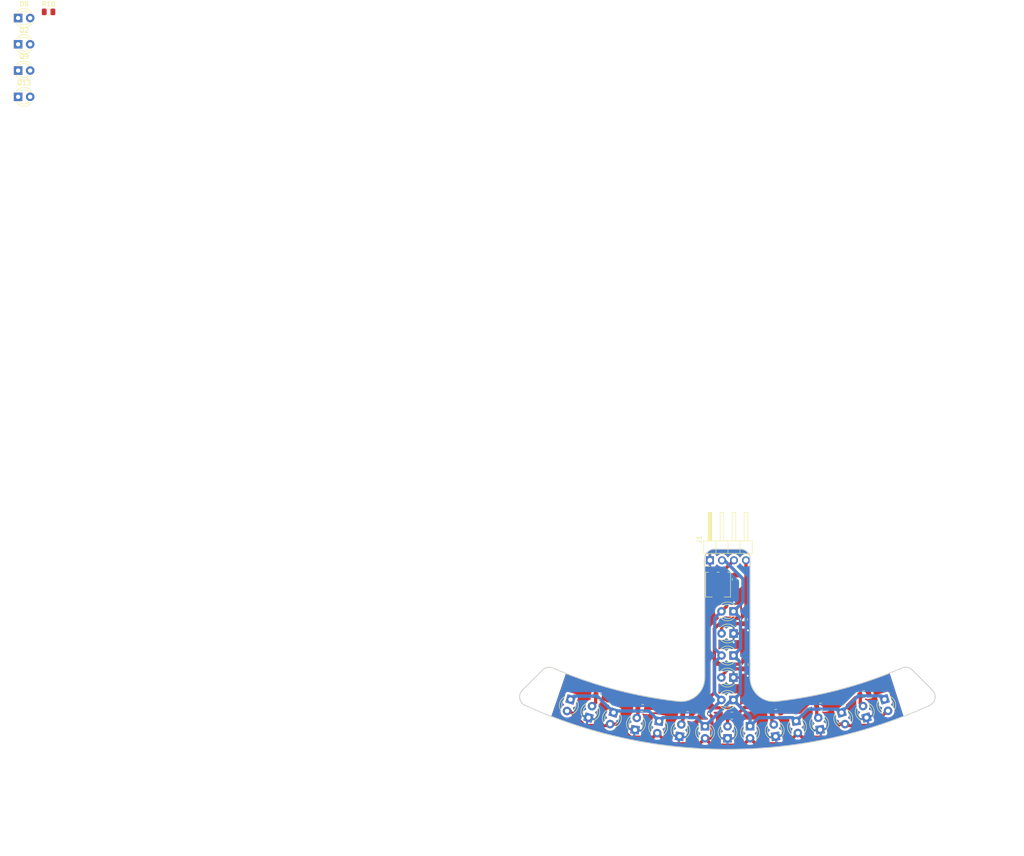
<source format=kicad_pcb>
(kicad_pcb (version 20221018) (generator pcbnew)
  (layers (0 "F.Cu" signal) (31 "B.Cu" signal) (34 "B.Paste" user) (35 "F.Paste" user) (36 "B.SilkS" user "B.Silkscreen") (37 "F.SilkS" user "F.Silkscreen") (38 "B.Mask" user) (39 "F.Mask" user) (44 "Edge.Cuts" user))
  (net 0 "")
  (net 1 "GND")
  (net 2 "Net-(D1-A)")
  (net 3 "Net-(D2-A)")
  (net 4 "Net-(D3-A)")
  (net 5 "Net-(D4-A)")
  (net 6 "Net-(D5-A)")
  (net 7 "Net-(D6-A)")
  (net 8 "+3.3V")
  (net 9 "Data_Line_sensor")
  (net 10 "+5V")
  (net 11 "Net-(Q1-E)")
  (net 13 "Net-(D7-A)")
  (net 14 "Net-(D8-A)")
  (net 15 "Net-(D10-A)")
  (net 16 "Net-(D9-A)")
  (footprint "LED_THT:LED_D3.0mm_Clear" (layer "F.Cu") (at 131.534026 152.678362 81.5)
    (fp_text reference "D10" hide)
    (fp_text value "LED" hide)
    (pad "1" thru_hole rect (at 0 0 81.5) (size 1.8 1.8) (drill 0.9) (layers "*.Cu" "*.Mask") (net 1 "GND"))
    (pad "2" thru_hole circle (at 2.54 0 81.5) (size 1.8 1.8) (drill 0.9) (layers "*.Cu" "*.Mask") (net 15 "Net-(D10-A)"))
  )
  (footprint "LED_THT:LED_D3.0mm_Clear" (layer "F.Cu") (at 117.909496 146.280516 -107)
    (fp_text reference "Q3" hide)
    (fp_text value "Q_Photo_NPN" hide)
    (pad "1" thru_hole rect (at 0 0 253) (size 1.8 1.8) (drill 0.9) (layers "*.Cu" "*.Mask") (net 8 "+3.3V"))
    (pad "2" thru_hole circle (at 2.54 0 253) (size 1.8 1.8) (drill 0.9) (layers "*.Cu" "*.Mask") (net 11 "Net-(Q1-E)"))
  )
  (footprint "Potentiometer_SMD:Potentiometer_Vishay_TS53YJ_Vertical" (layer "F.Cu") (at 149.09 122 90)
    (fp_text reference "RV1" hide)
    (fp_text value "R_Potentiometer_Trim_US" hide)
    (pad "1" smd rect (at 2 -1.15 90) (size 2 1.3) (layers "F.Cu" "F.Paste" "F.Mask"))
    (pad "2" smd rect (at -2 0 90) (size 2 2) (layers "F.Cu" "F.Paste" "F.Mask") (net 1 "GND"))
    (pad "3" smd rect (at 2 1.15 90) (size 2 1.3) (layers "F.Cu" "F.Paste" "F.Mask") (net 9 "Data_Line_sensor"))
  )
  (footprint "Resistor_SMD:R_0805_2012Metric" (layer "F.Cu") (at 142.531266 149.562746 171)
    (fp_text reference "R1" hide)
    (fp_text value "R")
    (pad "1" smd roundrect (at -0.9125 0 171) (size 1.025 1.4) (layers "F.Cu" "F.Paste" "F.Mask") (roundrect_rratio 0.243902439) (net 10 "+5V"))
    (pad "2" smd roundrect (at 0.9125 0 171) (size 1.025 1.4) (layers "F.Cu" "F.Paste" "F.Mask") (roundrect_rratio 0.243902439) (net 2 "Net-(D1-A)"))
  )
  (footprint "Connector_PinHeader_2.54mm:PinHeader_1x04_P2.54mm_Horizontal" (layer "F.Cu") (at 147.36 116.86 90)
    (fp_text reference "J1" (at 4.385 -2.27 90) (layer "F.SilkS"))
    (fp_text value "Conn_01x04_Socket")
    (pad "1" thru_hole rect (at 0 0 90) (size 1.7 1.7) (drill 1) (layers "*.Cu" "*.Mask") (net 1 "GND"))
    (pad "2" thru_hole oval (at 0 2.54 90) (size 1.7 1.7) (drill 1) (layers "*.Cu" "*.Mask") (net 8 "+3.3V"))
    (pad "3" thru_hole oval (at 0 5.08 90) (size 1.7 1.7) (drill 1) (layers "*.Cu" "*.Mask") (net 9 "Data_Line_sensor"))
    (pad "4" thru_hole oval (at 0 7.62 90) (size 1.7 1.7) (drill 1) (layers "*.Cu" "*.Mask") (net 10 "+5V"))
  )
  (footprint "LED_THT:LED_D3.0mm_Clear" (layer "F.Cu") (at 155.84 151.92 -90)
    (fp_text reference "Q6" hide)
    (fp_text value "Q_Photo_NPN" hide)
    (pad "1" thru_hole rect (at 0 0 270) (size 1.8 1.8) (drill 0.9) (layers "*.Cu" "*.Mask") (net 8 "+3.3V"))
    (pad "2" thru_hole circle (at 2.54 0 270) (size 1.8 1.8) (drill 0.9) (layers "*.Cu" "*.Mask") (net 11 "Net-(Q1-E)"))
  )
  (footprint "Resistor_SMD:R_0805_2012Metric" (layer "F.Cu") (at 161.37 149.1 -170)
    (fp_text reference "R5" hide)
    (fp_text value "R" hide)
    (pad "1" smd roundrect (at -0.9125 0 190) (size 1.025 1.4) (layers "F.Cu" "F.Paste" "F.Mask") (roundrect_rratio 0.243902439) (net 10 "+5V"))
    (pad "2" smd roundrect (at 0.9125 0 190) (size 1.025 1.4) (layers "F.Cu" "F.Paste" "F.Mask") (roundrect_rratio 0.243902439) (net 5 "Net-(D4-A)"))
  )
  (footprint "LED_THT:LED_D3.0mm_Clear" (layer "F.Cu") (at 1.175 18.925)
    (fp_text reference "Q13" (at 1.27 -2.96) (layer "F.SilkS"))
    (fp_text value "Q_Photo_NPN")
    (pad "1" thru_hole rect (at 0 0) (size 1.8 1.8) (drill 0.9) (layers "*.Cu" "*.Mask") (net 8 "+3.3V"))
    (pad "2" thru_hole circle (at 2.54 0) (size 1.8 1.8) (drill 0.9) (layers "*.Cu" "*.Mask") (net 11 "Net-(Q1-E)"))
  )
  (footprint "LED_THT:LED_D3.0mm_Clear" (layer "F.Cu") (at 1.175 13.375)
    (fp_text reference "Q9" (at 1.27 -2.96) (layer "F.SilkS"))
    (fp_text value "Q_Photo_NPN")
    (pad "1" thru_hole rect (at 0 0) (size 1.8 1.8) (drill 0.9) (layers "*.Cu" "*.Mask") (net 8 "+3.3V"))
    (pad "2" thru_hole circle (at 2.54 0) (size 1.8 1.8) (drill 0.9) (layers "*.Cu" "*.Mask") (net 11 "Net-(Q1-E)"))
  )
  (footprint "Resistor_SMD:R_0805_2012Metric" (layer "F.Cu") (at 154.69 138.9 -90)
    (fp_text reference "R8" hide)
    (fp_text value "R")
    (pad "1" smd roundrect (at -0.9125 0 270) (size 1.025 1.4) (layers "F.Cu" "F.Paste" "F.Mask") (roundrect_rratio 0.243902439) (net 10 "+5V"))
    (pad "2" smd roundrect (at 0.9125 0 270) (size 1.025 1.4) (layers "F.Cu" "F.Paste" "F.Mask") (roundrect_rratio 0.243902439) (net 13 "Net-(D7-A)"))
  )
  (footprint "LED_THT:LED_D3.0mm_Clear" (layer "F.Cu") (at 180.451331 150.092653 107)
    (fp_text reference "D2" hide)
    (fp_text value "LED" hide)
    (pad "1" thru_hole rect (at 0 0 107) (size 1.8 1.8) (drill 0.9) (layers "*.Cu" "*.Mask") (net 1 "GND"))
    (pad "2" thru_hole circle (at 2.54 0 107) (size 1.8 1.8) (drill 0.9) (layers "*.Cu" "*.Mask") (net 3 "Net-(D2-A)"))
  )
  (footprint "LED_THT:LED_D3.0mm_Clear" (layer "F.Cu") (at 184.251947 146.24326 -73)
    (fp_text reference "Q4" hide)
    (fp_text value "Q_Photo_NPN" hide)
    (pad "1" thru_hole rect (at 0 0 287) (size 1.8 1.8) (drill 0.9) (layers "*.Cu" "*.Mask") (net 8 "+3.3V"))
    (pad "2" thru_hole circle (at 2.54 0 287) (size 1.8 1.8) (drill 0.9) (layers "*.Cu" "*.Mask") (net 11 "Net-(Q1-E)"))
  )
  (footprint "LED_THT:LED_D3.0mm_Clear" (layer "F.Cu") (at 152.365 132.33 180)
    (fp_text reference "D6" hide)
    (fp_text value "LED" hide)
    (pad "1" thru_hole rect (at 0 0 180) (size 1.8 1.8) (drill 0.9) (layers "*.Cu" "*.Mask") (net 1 "GND"))
    (pad "2" thru_hole circle (at 2.54 0 180) (size 1.8 1.8) (drill 0.9) (layers "*.Cu" "*.Mask") (net 7 "Net-(D6-A)"))
  )
  (footprint "LED_THT:LED_D3.0mm_Clear" (layer "F.Cu") (at 170.632337 152.649416 98.5)
    (fp_text reference "D3" hide)
    (fp_text value "LED" hide)
    (pad "1" thru_hole rect (at 0 0 98.5) (size 1.8 1.8) (drill 0.9) (layers "*.Cu" "*.Mask") (net 1 "GND"))
    (pad "2" thru_hole circle (at 2.54 0 98.5) (size 1.8 1.8) (drill 0.9) (layers "*.Cu" "*.Mask") (net 4 "Net-(D3-A)"))
  )
  (footprint "Resistor_SMD:R_0805_2012Metric" (layer "F.Cu") (at 133.06 148.07 173)
    (fp_text reference "R11" hide)
    (fp_text value "R" hide)
    (pad "1" smd roundrect (at -0.9125 0 173) (size 1.025 1.4) (layers "F.Cu" "F.Paste" "F.Mask") (roundrect_rratio 0.243902439) (net 10 "+5V"))
    (pad "2" smd roundrect (at 0.9125 0 173) (size 1.025 1.4) (layers "F.Cu" "F.Paste" "F.Mask") (roundrect_rratio 0.243902439) (net 15 "Net-(D10-A)"))
  )
  (footprint "LED_THT:LED_D3.0mm_Clear" (layer "F.Cu") (at 175.163336 149.042841 -73)
    (fp_text reference "Q8" hide)
    (fp_text value "Q_Photo_NPN" hide)
    (pad "1" thru_hole rect (at 0 0 287) (size 1.8 1.8) (drill 0.9) (layers "*.Cu" "*.Mask") (net 8 "+3.3V"))
    (pad "2" thru_hole circle (at 2.54 0 287) (size 1.8 1.8) (drill 0.9) (layers "*.Cu" "*.Mask") (net 11 "Net-(Q1-E)"))
  )
  (footprint "LED_THT:LED_D3.0mm_Clear" (layer "F.Cu") (at 121.706396 150.107858 73)
    (fp_text reference "D8" hide)
    (fp_text value "LED" hide)
    (pad "1" thru_hole rect (at 0 0 73) (size 1.8 1.8) (drill 0.9) (layers "*.Cu" "*.Mask") (net 1 "GND"))
    (pad "2" thru_hole circle (at 2.54 0 73) (size 1.8 1.8) (drill 0.9) (layers "*.Cu" "*.Mask") (net 14 "Net-(D8-A)"))
  )
  (footprint "LED_THT:LED_D3.0mm_Clear" (layer "F.Cu") (at 1.175 7.825)
    (fp_text reference "Q2" (at 1.27 -2.96) (layer "F.SilkS"))
    (fp_text value "Q_Photo_NPN")
    (pad "1" thru_hole rect (at 0 0) (size 1.8 1.8) (drill 0.9) (layers "*.Cu" "*.Mask") (net 8 "+3.3V"))
    (pad "2" thru_hole circle (at 2.54 0) (size 1.8 1.8) (drill 0.9) (layers "*.Cu" "*.Mask") (net 11 "Net-(Q1-E)"))
  )
  (footprint "Resistor_SMD:R_0805_2012Metric" (layer "F.Cu") (at 154.59 129.35 -90)
    (fp_text reference "R7" hide)
    (fp_text value "R")
    (pad "1" smd roundrect (at -0.9125 0 270) (size 1.025 1.4) (layers "F.Cu" "F.Paste" "F.Mask") (roundrect_rratio 0.243902439) (net 10 "+5V"))
    (pad "2" smd roundrect (at 0.9125 0 270) (size 1.025 1.4) (layers "F.Cu" "F.Paste" "F.Mask") (roundrect_rratio 0.243902439) (net 7 "Net-(D6-A)"))
  )
  (footprint "Resistor_SMD:R_0805_2012Metric" (layer "F.Cu") (at 7.605 0.975)
    (fp_text reference "R10" (at 0 -1.65) (layer "F.SilkS"))
    (fp_text value "R")
    (pad "1" smd roundrect (at -0.9125 0) (size 1.025 1.4) (layers "F.Cu" "F.Paste" "F.Mask") (roundrect_rratio 0.243902) (net 10 "+5V"))
    (pad "2" smd roundrect (at 0.9125 0) (size 1.025 1.4) (layers "F.Cu" "F.Paste" "F.Mask") (roundrect_rratio 0.243902) (net 16 "Net-(D9-A)"))
  )
  (footprint "LED_THT:LED_D3.0mm_Clear" (layer "F.Cu") (at 152.345 127.66 180)
    (fp_text reference "Q16" hide)
    (fp_text value "Q_Photo_NPN" hide)
    (pad "1" thru_hole rect (at 0 0 180) (size 1.8 1.8) (drill 0.9) (layers "*.Cu" "*.Mask") (net 8 "+3.3V"))
    (pad "2" thru_hole circle (at 2.54 0 180) (size 1.8 1.8) (drill 0.9) (layers "*.Cu" "*.Mask") (net 11 "Net-(Q1-E)"))
  )
  (footprint "Resistor_SMD:R_0805_2012Metric" (layer "F.Cu") (at 124.09 145.6 165)
    (fp_text reference "R9" hide)
    (fp_text value "R" hide)
    (pad "1" smd roundrect (at -0.9125 0 165) (size 1.025 1.4) (layers "F.Cu" "F.Paste" "F.Mask") (roundrect_rratio 0.243902439) (net 10 "+5V"))
    (pad "2" smd roundrect (at 0.9125 0 165) (size 1.025 1.4) (layers "F.Cu" "F.Paste" "F.Mask") (roundrect_rratio 0.243902439) (net 14 "Net-(D8-A)"))
  )
  (footprint "Resistor_SMD:R_0805_2012Metric" (layer "F.Cu") (at 170.84 147.78 -172)
    (fp_text reference "R4" hide)
    (fp_text value "R" hide)
    (pad "1" smd roundrect (at -0.9125 0 188) (size 1.025 1.4) (layers "F.Cu" "F.Paste" "F.Mask") (roundrect_rratio 0.243902439) (net 10 "+5V"))
    (pad "2" smd roundrect (at 0.9125 0 188) (size 1.025 1.4) (layers "F.Cu" "F.Paste" "F.Mask") (roundrect_rratio 0.243902439) (net 4 "Net-(D3-A)"))
  )
  (footprint "LED_THT:LED_D3.0mm_Clear" (layer "F.Cu") (at 152.355 136.98 180)
    (fp_text reference "Q7" hide)
    (fp_text value "Q_Photo_NPN" hide)
    (pad "1" thru_hole rect (at 0 0 180) (size 1.8 1.8) (drill 0.9) (layers "*.Cu" "*.Mask") (net 8 "+3.3V"))
    (pad "2" thru_hole circle (at 2.54 0 180) (size 1.8 1.8) (drill 0.9) (layers "*.Cu" "*.Mask") (net 11 "Net-(Q1-E)"))
  )
  (footprint "MountingHole:MountingHole_3.2mm_M3" (layer "F.Cu") (at 190.53 143.67)
    (fp_text reference "REF**" hide)
    (fp_text value "MountingHole_3.2mm_M3" hide)
    (pad "" np_thru_hole circle (at 0 0) (size 3.2 3.2) (drill 3.2) (layers "*.Cu" "*.Mask"))
  )
  (footprint "LED_THT:LED_D3.0mm_Clear" (layer "F.Cu") (at 140.942523 154.064249 81.5)
    (fp_text reference "D1" hide)
    (fp_text value "LED" hide)
    (pad "1" thru_hole rect (at 0 0 81.5) (size 1.8 1.8) (drill 0.9) (layers "*.Cu" "*.Mask") (net 1 "GND"))
    (pad "2" thru_hole circle (at 2.54 0 81.5) (size 1.8 1.8) (drill 0.9) (layers "*.Cu" "*.Mask") (net 2 "Net-(D1-A)"))
  )
  (footprint "LED_THT:LED_D3.0mm_Clear" (layer "F.Cu") (at 151.08 154.49 90)
    (fp_text reference "D5" hide)
    (fp_text value "LED" hide)
    (pad "1" thru_hole rect (at 0 0 90) (size 1.8 1.8) (drill 0.9) (layers "*.Cu" "*.Mask") (net 1 "GND"))
    (pad "2" thru_hole circle (at 2.54 0 90) (size 1.8 1.8) (drill 0.9) (layers "*.Cu" "*.Mask") (net 6 "Net-(D5-A)"))
  )
  (footprint "LED_THT:LED_D3.0mm_Clear" (layer "F.Cu") (at 165.570444 150.847823 -81.5)
    (fp_text reference "Q10" hide)
    (fp_text value "Q_Photo_NPN" hide)
    (pad "1" thru_hole rect (at 0 0 278.5) (size 1.8 1.8) (drill 0.9) (layers "*.Cu" "*.Mask") (net 8 "+3.3V"))
    (pad "2" thru_hole circle (at 2.54 0 278.5) (size 1.8 1.8) (drill 0.9) (layers "*.Cu" "*.Mask") (net 11 "Net-(Q1-E)"))
  )
  (footprint "Resistor_SMD:R_0805_2012Metric" (layer "F.Cu") (at 152 149.68 180)
    (fp_text reference "R6" hide)
    (fp_text value "R" hide)
    (pad "1" smd roundrect (at -0.9125 0 180) (size 1.025 1.4) (layers "F.Cu" "F.Paste" "F.Mask") (roundrect_rratio 0.243902439) (net 10 "+5V"))
    (pad "2" smd roundrect (at 0.9125 0 180) (size 1.025 1.4) (layers "F.Cu" "F.Paste" "F.Mask") (roundrect_rratio 0.243902439) (net 6 "Net-(D5-A)"))
  )
  (footprint "Resistor_SMD:R_0805_2012Metric" (layer "F.Cu") (at 180.008593 145.166172 -165)
    (fp_text reference "R2" hide)
    (fp_text value "R" hide)
    (pad "1" smd roundrect (at -0.9125 0 195) (size 1.025 1.4) (layers "F.Cu" "F.Paste" "F.Mask") (roundrect_rratio 0.243902439) (net 10 "+5V"))
    (pad "2" smd roundrect (at 0.9125 0 195) (size 1.025 1.4) (layers "F.Cu" "F.Paste" "F.Mask") (roundrect_rratio 0.243902439) (net 3 "Net-(D2-A)"))
  )
  (footprint "LED_THT:LED_D3.0mm_Clear" (layer "F.Cu") (at 152.325 141.64 180)
    (fp_text reference "D7" hide)
    (fp_text value "LED" hide)
    (pad "1" thru_hole rect (at 0 0 180) (size 1.8 1.8) (drill 0.9) (layers "*.Cu" "*.Mask") (net 1 "GND"))
    (pad "2" thru_hole circle (at 2.54 0 180) (size 1.8 1.8) (drill 0.9) (layers "*.Cu" "*.Mask") (net 13 "Net-(D7-A)"))
  )
  (footprint "LED_THT:LED_D3.0mm_Clear" (layer "F.Cu") (at 136.605809 150.878247 -98.5)
    (fp_text reference "Q5" hide)
    (fp_text value "Q_Photo_NPN" hide)
    (pad "1" thru_hole rect (at 0 0 261.5) (size 1.8 1.8) (drill 0.9) (layers "*.Cu" "*.Mask") (net 8 "+3.3V"))
    (pad "2" thru_hole circle (at 2.54 0 261.5) (size 1.8 1.8) (drill 0.9) (layers "*.Cu" "*.Mask") (net 11 "Net-(Q1-E)"))
  )
  (footprint "MountingHole:MountingHole_3.2mm_M3" (layer "F.Cu") (at 111.59 143.7)
    (fp_text reference "REF**" hide)
    (fp_text value "MountingHole_3.2mm_M3" hide)
    (pad "" np_thru_hole circle (at 0 0) (size 3.2 3.2) (drill 3.2) (layers "F&B.Cu" "*.Mask"))
  )
  (footprint "LED_THT:LED_D3.0mm_Clear" (layer "F.Cu") (at 161.229752 154.074864 98.5)
    (fp_text reference "D4" hide)
    (fp_text value "LED" hide)
    (pad "1" thru_hole rect (at 0 0 98.5) (size 1.8 1.8) (drill 0.9) (layers "*.Cu" "*.Mask") (net 1 "GND"))
    (pad "2" thru_hole circle (at 2.54 0 98.5) (size 1.8 1.8) (drill 0.9) (layers "*.Cu" "*.Mask") (net 5 "Net-(D4-A)"))
  )
  (footprint "Resistor_SMD:R_0805_2012Metric" (layer "F.Cu") (at 152.82 120.9025 90)
    (fp_text reference "R3" hide)
    (fp_text value "R")
    (pad "1" smd roundrect (at -0.9125 0 90) (size 1.025 1.4) (layers "F.Cu" "F.Paste" "F.Mask") (roundrect_rratio 0.243902439) (net 11 "Net-(Q1-E)"))
    (pad "2" smd roundrect (at 0.9125 0 90) (size 1.025 1.4) (layers "F.Cu" "F.Paste" "F.Mask") (roundrect_rratio 0.243902439) (net 9 "Data_Line_sensor"))
  )
  (footprint "LED_THT:LED_D3.0mm_Clear" (layer "F.Cu") (at 146.33 151.94 -90)
    (fp_text reference "Q1" hide)
    (fp_text value "Q_Photo_NPN" hide)
    (pad "1" thru_hole rect (at 0 0 270) (size 1.8 1.8) (drill 0.9) (layers "*.Cu" "*.Mask") (net 8 "+3.3V"))
    (pad "2" thru_hole circle (at 2.54 0 270) (size 1.8 1.8) (drill 0.9) (layers "*.Cu" "*.Mask") (net 11 "Net-(Q1-E)"))
  )
  (footprint "LED_THT:LED_D3.0mm_Clear" (layer "F.Cu") (at 152.33 146.38 180)
    (fp_text reference "Q15" hide)
    (fp_text value "Q_Photo_NPN" hide)
    (pad "1" thru_hole rect (at 0 0 180) (size 1.8 1.8) (drill 0.9) (layers "*.Cu" "*.Mask") (net 8 "+3.3V"))
    (pad "2" thru_hole circle (at 2.54 0 180) (size 1.8 1.8) (drill 0.9) (layers "*.Cu" "*.Mask") (net 11 "Net-(Q1-E)"))
  )
  (footprint "LED_THT:LED_D3.0mm_Clear" (layer "F.Cu") (at 1.175 2.275)
    (fp_text reference "D9" (at 1.27 -2.96) (layer "F.SilkS"))
    (fp_text value "LED")
    (pad "1" thru_hole rect (at 0 0) (size 1.8 1.8) (drill 0.9) (layers "*.Cu" "*.Mask") (net 1 "GND"))
    (pad "2" thru_hole circle (at 2.54 0) (size 1.8 1.8) (drill 0.9) (layers "*.Cu" "*.Mask") (net 16 "Net-(D9-A)"))
  )
  (footprint "LED_THT:LED_D3.0mm_Clear" (layer "F.Cu") (at 127.009802 149.041844 -107)
    (fp_text reference "Q14" hide)
    (fp_text value "Q_Photo_NPN" hide)
    (pad "1" thru_hole rect (at 0 0 253) (size 1.8 1.8) (drill 0.9) (layers "*.Cu" "*.Mask") (net 8 "+3.3V"))
    (pad "2" thru_hole circle (at 2.54 0 253) (size 1.8 1.8) (drill 0.9) (layers "*.Cu" "*.Mask") (net 11 "Net-(Q1-E)"))
  )
  (gr_arc (start 146.253995 141.681109) (mid 144.587328 145.407889) (end 140.698439 146.650149) (stroke (width 0.2)) (layer "Edge.Cuts"))
  (gr_line (start 194.367272 144.29241) (end 190.124034 140.049172) (stroke (width 0.2)) (layer "Edge.Cuts"))
  (gr_line (start 155.853995 141.681109) (end 155.853995 116.500209) (stroke (width 0.2)) (layer "Edge.Cuts"))
  (gr_arc (start 111.983956 140.049172) (mid 113.021691 139.499139) (end 114.189258 139.626492) (stroke (width 0.2)) (layer "Edge.Cuts"))
  (gr_circle (center 190.525335 143.665378) (end 190.525335 142.215378) (stroke (width 0.2)) (fill none) (layer "Edge.Cuts"))
  (gr_arc (start 194.367272 144.29241) (mid 194.921329 146.061459) (end 193.784389 147.525659) (stroke (width 0.2)) (layer "Edge.Cuts"))
  (gr_arc (start 153.853995 114.500209) (mid 155.268209 115.085995) (end 155.853995 116.500209) (stroke (width 0.2)) (layer "Edge.Cuts"))
  (gr_arc (start 193.784389 147.525659) (mid 151.053995 156.827245) (end 108.323601 147.525659) (stroke (width 0.2)) (layer "Edge.Cuts"))
  (gr_circle (center 111.582655 143.665378) (end 111.582655 142.215378) (stroke (width 0.2)) (fill none) (layer "Edge.Cuts"))
  (gr_arc (start 146.253995 116.500209) (mid 146.839781 115.085995) (end 148.253995 114.500209) (stroke (width 0.2)) (layer "Edge.Cuts"))
  (gr_arc (start 161.409551 146.650149) (mid 157.520662 145.407889) (end 155.853995 141.681109) (stroke (width 0.2)) (layer "Edge.Cuts"))
  (gr_arc (start 140.698439 146.650149) (mid 127.184099 144.118687) (end 114.189258 139.626492) (stroke (width 0.2)) (layer "Edge.Cuts"))
  (gr_arc (start 187.918732 139.626492) (mid 189.086299 139.499139) (end 190.124034 140.049172) (stroke (width 0.2)) (layer "Edge.Cuts"))
  (gr_line (start 111.983956 140.049172) (end 107.740718 144.29241) (stroke (width 0.2)) (layer "Edge.Cuts"))
  (gr_arc (start 187.918732 139.626492) (mid 174.923891 144.118687) (end 161.409551 146.650149) (stroke (width 0.2)) (layer "Edge.Cuts"))
  (gr_line (start 146.253995 116.500209) (end 146.253995 141.681109) (stroke (width 0.2)) (layer "Edge.Cuts"))
  (gr_line (start 153.853995 114.500209) (end 148.253995 114.500209) (stroke (width 0.2)) (layer "Edge.Cuts"))
  (gr_arc (start 108.323601 147.525659) (mid 107.186661 146.061459) (end 107.740718 144.29241) (stroke (width 0.2)) (layer "Edge.Cuts"))
  (via (at 152.45 125.73) (size 0.8) (drill 0.4) (layers "F.Cu" "B.Cu") (net 1))
  (via (at 155.35 141.27) (size 0.8) (drill 0.4) (layers "F.Cu" "B.Cu") (net 1))
  (via (at 155.4 131.67) (size 0.8) (drill 0.4) (layers "F.Cu" "B.Cu") (net 1))
  (via (at 152.39 134.21) (size 0.8) (drill 0.4) (layers "F.Cu" "B.Cu") (net 1))
  (segment (start 141.63 149.42) (end 141.63 151.240108) (width 0.7) (layer "F.Cu") (net 2))
  (segment (start 141.63 151.240108) (end 141.317959 151.552149) (width 0.7) (layer "F.Cu") (net 2))
  (segment (start 179.127186 145.402344) (end 179.127186 147.082118) (width 0.7) (layer "F.Cu") (net 3))
  (segment (start 179.127186 147.082118) (end 179.708707 147.663639) (width 0.7) (layer "F.Cu") (net 3))
  (segment (start 169.93638 147.906995) (end 169.93638 149.816795) (width 0.7) (layer "F.Cu") (net 4))
  (segment (start 169.93638 149.816795) (end 170.256901 150.137316) (width 0.7) (layer "F.Cu") (net 4))
  (segment (start 160.471363 149.258454) (end 160.471363 151.179811) (width 0.7) (layer "F.Cu") (net 5))
  (segment (start 160.471363 151.179811) (end 160.854316 151.562764) (width 0.7) (layer "F.Cu") (net 5))
  (segment (start 151.0875 149.68) (end 151.0875 151.9425) (width 0.7) (layer "F.Cu") (net 6))
  (segment (start 151.0875 151.9425) (end 151.08 151.95) (width 0.7) (layer "F.Cu") (net 6))
  (segment (start 154.59 130.2625) (end 150.619708 130.2625) (width 0.7) (layer "F.Cu") (net 7))
  (segment (start 150.619708 130.2625) (end 149.825 131.057208) (width 0.7) (layer "F.Cu") (net 7))
  (segment (start 149.825 131.057208) (end 149.825 132.33) (width 0.7) (layer "F.Cu") (net 7))
  (segment (start 154.35 125.655) (end 152.345 127.66) (width 0.7) (layer "B.Cu") (net 8))
  (segment (start 168.096189 148.322078) (end 165.570444 150.847823) (width 0.7) (layer "B.Cu") (net 8))
  (segment (start 152.33 146.38) (end 151.89 146.38) (width 0.7) (layer "B.Cu") (net 8))
  (segment (start 157.647236 150.112764) (end 155.84 151.92) (width 0.7) (layer "B.Cu") (net 8))
  (segment (start 134.443824 148.716262) (end 127.335384 148.716262) (width 0.7) (layer "B.Cu") (net 8))
  (segment (start 152.355 136.98) (end 153.815 135.52) (width 0.7) (layer "B.Cu") (net 8))
  (segment (start 165.570444 150.847823) (end 164.835385 150.112764) (width 0.7) (layer "B.Cu") (net 8))
  (segment (start 146.33 151.94) (end 144.492149 150.102149) (width 0.7) (layer "B.Cu") (net 8))
  (segment (start 183.531184 145.522497) (end 178.68368 145.522497) (width 0.7) (layer "B.Cu") (net 8))
  (segment (start 149.9 116.86) (end 150.41 116.86) (width 0.7) (layer "B.Cu") (net 8))
  (segment (start 178.68368 145.522497) (end 175.163336 149.042841) (width 0.7) (layer "B.Cu") (net 8))
  (segment (start 127.009802 149.041844) (end 123.527711 145.559753) (width 0.7) (layer "B.Cu") (net 8))
  (segment (start 152.33 146.38) (end 153.775 144.935) (width 0.7) (layer "B.Cu") (net 8))
  (segment (start 153.815 135.52) (end 153.815 129.13) (width 0.7) (layer "B.Cu") (net 8))
  (segment (start 118.630259 145.559753) (end 117.909496 146.280516) (width 0.7) (layer "B.Cu") (net 8))
  (segment (start 184.251947 146.24326) (end 183.531184 145.522497) (width 0.7) (layer "B.Cu") (net 8))
  (segment (start 127.335384 148.716262) (end 127.009802 149.041844) (width 0.7) (layer "B.Cu") (net 8))
  (segment (start 150.41 116.86) (end 154.35 120.8) (width 0.7) (layer "B.Cu") (net 8))
  (segment (start 155.84 151.92) (end 155.84 149.89) (width 0.7) (layer "B.Cu") (net 8))
  (segment (start 136.605809 150.878247) (end 134.443824 148.716262) (width 0.7) (layer "B.Cu") (net 8))
  (segment (start 164.835385 150.112764) (end 157.647236 150.112764) (width 0.7) (layer "B.Cu") (net 8))
  (segment (start 153.775 144.935) (end 153.775 138.4) (width 0.7) (layer "B.Cu") (net 8))
  (segment (start 175.163336 149.042841) (end 174.442573 148.322078) (width 0.7) (layer "B.Cu") (net 8))
  (segment (start 151.89 146.38) (end 146.33 151.94) (width 0.7) (layer "B.Cu") (net 8))
  (segment (start 153.775 138.4) (end 152.355 136.98) (width 0.7) (layer "B.Cu") (net 8))
  (segment (start 144.492149 150.102149) (end 137.381907 150.102149) (width 0.7) (layer "B.Cu") (net 8))
  (segment (start 155.84 149.89) (end 152.33 146.38) (width 0.7) (layer "B.Cu") (net 8))
  (segment (start 154.35 120.8) (end 154.35 125.655) (width 0.7) (layer "B.Cu") (net 8))
  (segment (start 153.815 129.13) (end 152.345 127.66) (width 0.7) (layer "B.Cu") (net 8))
  (segment (start 174.442573 148.322078) (end 168.096189 148.322078) (width 0.7) (layer "B.Cu") (net 8))
  (segment (start 123.527711 145.559753) (end 118.630259 145.559753) (width 0.7) (layer "B.Cu") (net 8))
  (segment (start 137.381907 150.102149) (end 136.605809 150.878247) (width 0.7) (layer "B.Cu") (net 8))
  (segment (start 150.24 119.06) (end 152.44 116.86) (width 0.7) (layer "F.Cu") (net 9))
  (segment (start 152.82 119.99) (end 150.25 119.99) (width 0.7) (layer "F.Cu") (net 9))
  (segment (start 150.24 120) (end 150.24 119.06) (width 0.7) (layer "F.Cu") (net 9))
  (segment (start 170.467493 146.623847) (end 168.696153 146.623847) (width 0.7) (layer "F.Cu") (net 10))
  (segment (start 154.69 137.9875) (end 153.8775 138.8) (width 0.7) (layer "F.Cu") (net 10))
  (segment (start 171.74362 147.653005) (end 171.496651 147.653005) (width 0.7) (layer "F.Cu") (net 10))
  (segment (start 178.21298 144.09702) (end 180.05702 144.09702) (width 0.7) (layer "F.Cu") (net 10))
  (segment (start 147.79 148.03) (end 146.69 148.03) (width 0.7) (layer "F.Cu") (net 10))
  (segment (start 148.73 148.03) (end 148.35 148.03) (width 0.7) (layer "F.Cu") (net 10))
  (segment (start 166.378454 148.941546) (end 162.268637 148.941546) (width 0.7) (layer "F.Cu") (net 10))
  (segment (start 133.965698 148.181206) (end 133.965698 147.475949) (width 0.7) (layer "F.Cu") (net 10))
  (segment (start 125.675235 146.54) (end 124.971407 145.836172) (width 0.7) (layer "F.Cu") (net 10))
  (segment (start 134.013202 148.133702) (end 133.965698 148.181206) (width 0.7) (layer "F.Cu") (net 10))
  (segment (start 146.69 148.03) (end 145.108024 148.03) (width 0.7) (layer "F.Cu") (net 10))
  (segment (start 146.69 147.22) (end 146.69 147.63) (width 0.7) (layer "F.Cu") (net 10))
  (segment (start 142.569468 148.133702) (end 134.013202 148.133702) (width 0.7) (layer "F.Cu") (net 10))
  (segment (start 154.98 116.86) (end 154.98 128.0475) (width 0.7) (layer "F.Cu") (net 10))
  (segment (start 154.98 128.0475) (end 154.59 128.4375) (width 0.7) (layer "F.Cu") (net 10))
  (segment (start 146.69 146.448024) (end 146.69 147.22) (width 0.7) (layer "F.Cu") (net 10))
  (segment (start 148.3 144.838024) (end 146.729012 146.409012) (width 0.7) (layer "F.Cu") (net 10))
  (segment (start 133.029749 146.54) (end 125.675235 146.54) (width 0.7) (layer "F.Cu") (net 10))
  (segment (start 150.34 138.8) (end 149.38 138.8) (width 0.7) (layer "F.Cu") (net 10))
  (segment (start 149.11 138.8) (end 148.67 138.8) (width 0.7) (layer "F.Cu") (net 10))
  (segment (start 146.729012 146.409012) (end 145.759012 147.379012) (width 0.7) (layer "F.Cu") (net 10))
  (segment (start 147.79 148.03) (end 147.5 148.03) (width 0.7) (layer "F.Cu") (net 10))
  (segment (start 171.496651 147.653005) (end 170.467493 146.623847) (width 0.7) (layer "F.Cu") (net 10))
  (segment (start 147.79 147.47) (end 146.729012 146.409012) (width 0.7) (layer "F.Cu") (net 10))
  (segment (start 151.9625 148.03) (end 148.73 148.03) (width 0.7) (layer "F.Cu") (net 10))
  (segment (start 148.3 137.72) (end 148.3 144.838024) (width 0.7) (layer "F.Cu") (net 10))
  (segment (start 147.79 148.03) (end 147.79 147.47) (width 0.7) (layer "F.Cu") (net 10))
  (segment (start 149.11 138.53) (end 148.83 138.25) (width 0.7) (layer "F.Cu") (net 10))
  (segment (start 161.296321 147.96923) (end 154.62327 147.96923) (width 0.7) (layer "F.Cu") (net 10))
  (segment (start 154.62327 147.96923) (end 152.9125 149.68) (width 0.7) (layer "F.Cu") (net 10))
  (segment (start 154.59 128.4375) (end 153.9175 129.11) (width 0.7) (layer "F.Cu") (net 10))
  (segment (start 133.965698 147.475949) (end 133.029749 146.54) (width 0.7) (layer "F.Cu") (net 10))
  (segment (start 162.268637 148.941546) (end 161.296321 147.96923) (width 0.7) (layer "F.Cu") (net 10))
  (segment (start 146.69 147.63) (end 146.01 147.63) (width 0.7) (layer "F.Cu") (net 10))
  (segment (start 152.9125 149.68) (end 152.9125 148.98) (width 0.7) (layer "F.Cu") (net 10))
  (segment (start 148.83 138.25) (end 148.3 137.72) (width 0.7) (layer "F.Cu") (net 10))
  (segment (start 146.729012 146.409012) (end 146.69 146.448024) (width 0.7) (layer "F.Cu") (net 10))
  (segment (start 174.656995 147.653005) (end 178.21298 144.09702) (width 0.7) (layer "F.Cu") (net 10))
  (segment (start 180.05702 144.09702) (end 180.89 144.93) (width 0.7) (layer "F.Cu") (net 10))
  (segment (start 152.9125 148.98) (end 151.9625 148.03) (width 0.7) (layer "F.Cu") (net 10))
  (segment (start 171.74362 147.653005) (end 174.656995 147.653005) (width 0.7) (layer "F.Cu") (net 10))
  (segment (start 143.432532 149.705492) (end 143.432532 148.996766) (width 0.7) (layer "F.Cu") (net 10))
  (segment (start 153.8775 138.8) (end 150.34 138.8) (width 0.7) (layer "F.Cu") (net 10))
  (segment (start 150.34 138.8) (end 149.11 138.8) (width 0.7) (layer "F.Cu") (net 10))
  (segment (start 145.759012 147.379012) (end 143.432532 149.705492) (width 0.7) (layer "F.Cu") (net 10))
  (segment (start 148.73 148.03) (end 147.79 148.03) (width 0.7) (layer "F.Cu") (net 10))
  (segment (start 148.3 131.309416) (end 148.3 137.72) (width 0.7) (layer "F.Cu") (net 10))
  (segment (start 146.01 147.63) (end 145.759012 147.379012) (width 0.7) (layer "F.Cu") (net 10))
  (segment (start 146.69 147.63) (end 146.69 148.03) (width 0.7) (layer "F.Cu") (net 10))
  (segment (start 149.11 138.8) (end 149.11 138.53) (width 0.7) (layer "F.Cu") (net 10))
  (segment (start 143.432532 148.996766) (end 142.569468 148.133702) (width 0.7) (layer "F.Cu") (net 10))
  (segment (start 148.35 148.03) (end 147.79 147.47) (width 0.7) (layer "F.Cu") (net 10))
  (segment (start 147.5 148.03) (end 146.69 147.22) (width 0.7) (layer "F.Cu") (net 10))
  (segment (start 150.499416 129.11) (end 148.3 131.309416) (width 0.7) (layer "F.Cu") (net 10))
  (segment (start 148.67 138.8) (end 148.3 138.43) (width 0.7) (layer "F.Cu") (net 10))
  (segment (start 168.696153 146.623847) (end 166.378454 148.941546) (width 0.7) (layer "F.Cu") (net 10))
  (segment (start 149.38 138.8) (end 148.83 138.25) (width 0.7) (layer "F.Cu") (net 10))
  (segment (start 153.9175 129.11) (end 150.499416 129.11) (width 0.7) (layer "F.Cu") (net 10))
  (segment (start 145.172608 155.637392) (end 146.33 154.48) (width 0.7) (layer "F.Cu") (net 11))
  (segment (start 117.166872 148.70953) (end 117.8089 148.70953) (width 0.7) (layer "F.Cu") (net 11))
  (segment (start 147.78 154.302792) (end 147.78 149.92) (width 0.7) (layer "F.Cu") (net 11))
  (segment (start 175.90596 151.471855) (end 176.200567 151.766462) (width 0.7) (layer "F.Cu") (net 11))
  (segment (start 147.78 149.92) (end 147.16 149.3) (width 0.7) (layer "F.Cu") (net 11))
  (segment (start 150.895 123.74) (end 150.895 126.57) (width 0.7) (layer "F.Cu") (net 11))
  (segment (start 146.33 154.48) (end 147.602792 154.48) (width 0.7) (layer "F.Cu") (net 11))
  (segment (start 135.369215 154.251505) (end 136.230373 153.390347) (width 0.7) (layer "F.Cu") (net 11))
  (segment (start 150.895 126.57) (end 149.805 127.66) (width 0.7) (layer "F.Cu") (net 11))
  (segment (start 152.82 121.815) (end 150.895 123.74) (width 0.7) (layer "F.Cu") (net 11))
  (segment (start 174.838145 151.471855) (end 175.90596 151.471855) (width 0.7) (layer "F.Cu") (net 11))
  (segment (start 147.602792 154.48) (end 147.78 154.302792) (width 0.7) (layer "F.Cu") (net 11))
  (segment (start 130.549123 154.251505) (end 135.369215 154.251505) (width 0.7) (layer "F.Cu") (net 11))
  (segment (start 165.94588 153.359923) (end 166.84588 154.259923) (width 0.7) (layer "F.Cu") (net 11))
  (segment (start 136.230373 153.390347) (end 138.477418 155.637392) (width 0.7) (layer "F.Cu") (net 11))
  (segment (start 163.657796 155.648007) (end 165.94588 153.359923) (width 0.7) (layer "F.Cu") (net 11))
  (segment (start 126.267178 151.470858) (end 127.768476 151.470858) (width 0.7) (layer "F.Cu") (net 11))
  (segment (start 154.36 155.94) (end 155.84 154.46) (width 0.7) (layer "F.Cu") (net 11))
  (segment (start 155.84 154.46) (end 157.028007 155.648007) (width 0.7) (layer "F.Cu") (net 11))
  (segment (start 117.8089 148.70953) (end 120.881037 151.781667) (width 0.7) (layer "F.Cu") (net 11))
  (segment (start 120.881037 151.781667) (end 125.956369 151.781667) (width 0.7) (layer "F.Cu") (net 11))
  (segment (start 172.050077 154.259923) (end 174.838145 151.471855) (width 0.7) (layer "F.Cu") (net 11))
  (segment (start 146.33 154.48) (end 147.79 155.94) (width 0.7) (layer "F.Cu") (net 11))
  (segment (start 147.79 155.94) (end 154.36 155.94) (width 0.7) (layer "F.Cu") (net 11))
  (segment (start 127.768476 151.470858) (end 130.549123 154.251505) (width 0.7) (layer "F.Cu") (net 11))
  (segment (start 176.200567 151.766462) (end 181.733538 151.766462) (width 0.7) (layer "F.Cu") (net 11))
  (segment (start 184.827726 148.672274) (end 184.994571 148.672274) (width 0.7) (layer "F.Cu") (net 11))
  (segment (start 125.956369 151.781667) (end 126.267178 151.470858) (width 0.7) (layer "F.Cu") (net 11))
  (segment (start 166.84588 154.259923) (end 172.050077 154.259923) (width 0.7) (layer "F.Cu") (net 11))
  (segment (start 157.028007 155.648007) (end 163.657796 155.648007) (width 0.7) (layer "F.Cu") (net 11))
  (segment (start 138.477418 155.637392) (end 145.172608 155.637392) (width 0.7) (layer "F.Cu") (net 11))
  (segment (start 181.733538 151.766462) (end 184.827726 148.672274) (width 0.7) (layer "F.Cu") (net 11))
  (via (at 147.16 149.3) (size 0.8) (drill 0.4) (layers "F.Cu" "B.Cu") (net 11))
  (segment (start 149.805 127.66) (end 148.375 129.09) (width 0.7) (layer "B.Cu") (net 11))
  (segment (start 147.19 148.98) (end 147.16 149.3) (width 0.7) (layer "B.Cu") (net 11))
  (segment (start 148.375 129.09) (end 148.375 135.54) (width 0.7) (layer "B.Cu") (net 11))
  (segment (start 147.16 149.3) (end 147.19 149.19) (width 0.7) (layer "B.Cu") (net 11))
  (segment (start 149.815 136.98) (end 148.335 138.46) (width 0.7) (layer "B.Cu") (net 11))
  (segment (start 148.335 138.46) (end 148.335 144.925) (width 0.7) (layer "B.Cu") (net 11))
  (segment (start 148.375 135.54) (end 149.815 136.98) (width 0.7) (layer "B.Cu") (net 11))
  (segment (start 148.335 144.925) (end 149.79 146.38) (width 0.7) (layer "B.Cu") (net 11))
  (segment (start 149.79 146.38) (end 147.19 148.98) (width 0.7) (layer "B.Cu") (net 11))
  (segment (start 151.2525 139.8125) (end 149.785 141.28) (width 0.7) (layer "F.Cu") (net 13))
  (segment (start 154.69 139.8125) (end 151.2525 139.8125) (width 0.7) (layer "F.Cu") (net 13))
  (segment (start 149.7625 141.6175) (end 149.785 141.64) (width 0.7) (layer "F.Cu") (net 13))
  (segment (start 149.785 141.28) (end 149.785 141.64) (width 0.7) (layer "F.Cu") (net 13))
  (segment (start 123.208593 146.919271) (end 122.44902 147.678844) (width 0.7) (layer "F.Cu") (net 14))
  (segment (start 123.208593 145.363828) (end 123.208593 146.919271) (width 0.7) (layer "F.Cu") (net 14))
  (segment (start 132.154302 149.921422) (end 131.909462 150.166262) (width 0.7) (layer "F.Cu") (net 15))
  (segment (start 132.154302 147.958794) (end 132.154302 149.921422) (width 0.7) (layer "F.Cu") (net 15))
  (zone (net 0) (net_name "") (layers "F&B.Cu") (connect_pads (clearance 0)) (min_thickness 0.25)
    (keepout (tracks not_allowed) (vias not_allowed) (pads not_allowed) (copperpour not_allowed) (footprints not_allowed))
    (fill (thermal_gap 0.5) (thermal_bridge_width 0.5))
    (polygon (pts (xy 102.38 144.93) (xy 112.97 152.41) (xy 117.37 139.55) (xy 116.06 134.43)))
  )
  (zone (net 0) (net_name "") (layers "F&B.Cu") (connect_pads (clearance 0)) (min_thickness 0.25)
    (keepout (tracks not_allowed) (vias not_allowed) (pads not_allowed) (copperpour not_allowed) (footprints not_allowed))
    (fill (thermal_gap 0.5) (thermal_bridge_width 0.5))
    (polygon (pts (xy 189.26 152.93) (xy 200.913765 142.362102) (xy 188.053765 137.962102) (xy 184.8 139.09)))
  )
  (zone (net 1) (net_name "GND") (layers "F&B.Cu") (connect_pads (clearance 0.5)) (min_thickness 0.25) (fill yes (thermal_gap 0.5) (thermal_bridge_width 0.5))
    (polygon (pts (xy 102.04 93.09) (xy 212.13 89.42) (xy 213.73 179.33) (xy 92.26 175.91)))
  )
)
</source>
